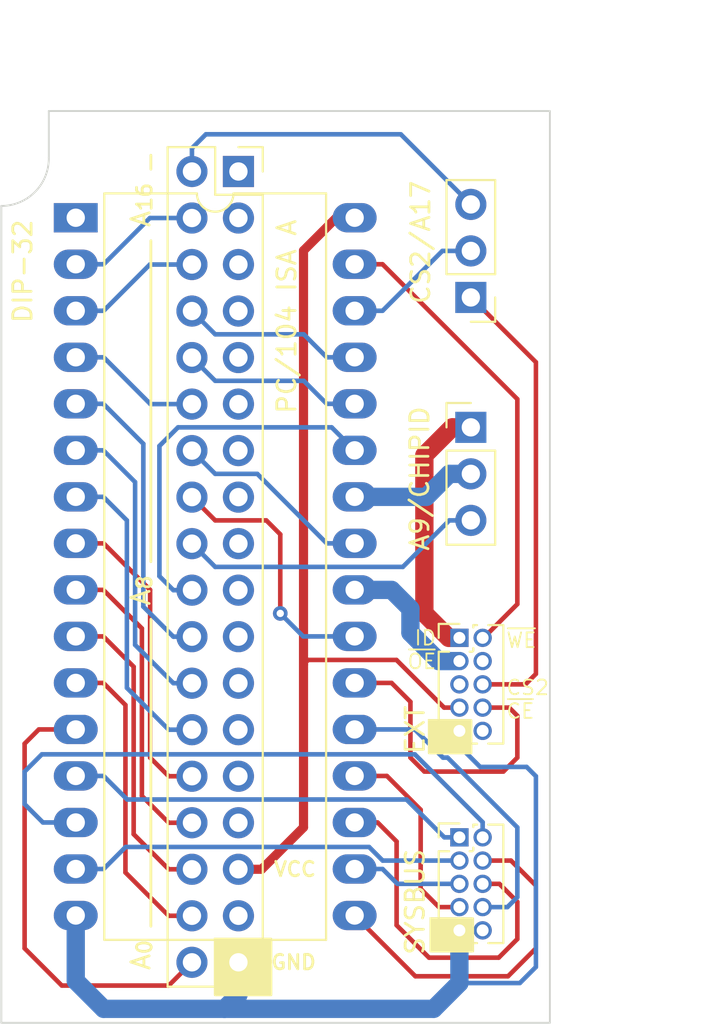
<source format=kicad_pcb>
(kicad_pcb (version 20211014) (generator pcbnew)
  (title_block (date "2022-07-24") (rev "0.1.0") (comment 1 "HW Rev 2 / Part Rev 4"))
  (layers (0 "F.Cu" signal) (31 "B.Cu" signal) (34 "B.Paste" user) (35 "F.Paste" user) (36 "B.SilkS" user "B.Silkscreen") (37 "F.SilkS" user "F.Silkscreen") (38 "B.Mask" user) (39 "F.Mask" user) (44 "Edge.Cuts" user))
  (net 0 "")
  (net 2 "A17")
  (net 4 "A16")
  (net 6 "A15")
  (net 8 "A14")
  (net 10 "A13")
  (net 12 "A12")
  (net 14 "A11")
  (net 16 "A10")
  (net 18 "A9")
  (net 20 "A8")
  (net 22 "A7")
  (net 24 "A6")
  (net 26 "A5")
  (net 28 "A4")
  (net 30 "A3")
  (net 31 "VCC")
  (net 32 "A2")
  (net 33 "AD0")
  (net 34 "AD1")
  (net 35 "AD2")
  (net 36 "AD3")
  (net 37 "AD4")
  (net 38 "AD5")
  (net 39 "AD6")
  (net 40 "AD7")
  (net 41 "GND")
  (net 43 "CHIPID")
  (net 44 "~{WE}")
  (net 46 "~{OE}")
  (net 48 "~{CE}")
  (net 49 "CS2")
  (net 52 "A1")
  (net 53 "A0")
  (net 54 "A9{slash}CHIPID")
  (net 55 "A17{slash}CS2")
  (footprint "Connector_PinHeader_2.54mm:PinHeader_1x03_P2.54mm_Vertical" (layer "F.Cu") (at 115.824 104.648)
    (fp_text reference "JP101" hide)
    (fp_text value "A9/CHIPID" (at -2.794 2.794 90) (layer "F.SilkS"))
    (fp_line (start -1.33 -1.33) (end 0 -1.33) (layer "F.SilkS") (width 0.12))
    (fp_line (start -1.33 0) (end -1.33 -1.33) (layer "F.SilkS") (width 0.12))
    (fp_line (start -1.33 1.27) (end 1.33 1.27) (layer "F.SilkS") (width 0.12))
    (fp_line (start -1.33 6.41) (end 1.33 6.41) (layer "F.SilkS") (width 0.12))
    (fp_line (start 1.33 1.27) (end 1.33 6.41) (layer "F.SilkS") (width 0.12))
    (fp_line (start -1.33 1.27) (end -1.33 6.41) (layer "F.SilkS") (width 0.12))
    (pad "1" thru_hole rect (at 0 0) (size 1.7 1.7) (drill 1) (layers *.Cu *.Mask) (net 43 "CHIPID"))
    (pad "2" thru_hole oval (at 0 2.54) (size 1.7 1.7) (drill 1) (layers *.Cu *.Mask) (net 54 "A9{slash}CHIPID"))
    (pad "3" thru_hole oval (at 0 5.08) (size 1.7 1.7) (drill 1) (layers *.Cu *.Mask) (net 18 "A9"))
  )
  (footprint "Connector_PinHeader_1.27mm:PinHeader_2x05_P1.27mm_Vertical" (layer "F.Cu") (at 115.199 116.141)
    (fp_text reference "J103" hide)
    (fp_text value "EXT" (at -2.423 5.017 90) (layer "F.SilkS"))
    (fp_line (start 0.76 0.706529) (end 0.76 0.563471) (layer "F.SilkS") (width 0.12))
    (fp_line (start 0.76 -0.695) (end 0.96247 -0.695) (layer "F.SilkS") (width 0.12))
    (fp_line (start 0.30753 5.775) (end 0.96247 5.775) (layer "F.SilkS") (width 0.12))
    (fp_line (start 2.4 -0.695) (end 2.4 5.775) (layer "F.SilkS") (width 0.12))
    (fp_line (start 0.563471 0.76) (end 0.706529 0.76) (layer "F.SilkS") (width 0.12))
    (fp_line (start 0.76 -0.563471) (end 0.76 -0.695) (layer "F.SilkS") (width 0.12))
    (fp_line (start 1.57753 5.775) (end 2.4 5.775) (layer "F.SilkS") (width 0.12))
    (fp_line (start 1.57753 -0.695) (end 2.4 -0.695) (layer "F.SilkS") (width 0.12))
    (fp_line (start -1.13 5.775) (end -0.30753 5.775) (layer "F.SilkS") (width 0.12))
    (fp_line (start -1.13 0.76) (end -0.563471 0.76) (layer "F.SilkS") (width 0.12))
    (fp_line (start -1.13 0) (end -1.13 -0.76) (layer "F.SilkS") (width 0.12))
    (fp_line (start -1.13 0.76) (end -1.13 5.775) (layer "F.SilkS") (width 0.12))
    (fp_line (start -1.13 -0.76) (end 0 -0.76) (layer "F.SilkS") (width 0.12))
    (pad "1" thru_hole rect (at 0 0) (size 1 1) (drill 0.65) (layers *.Cu *.Mask) (net 43 "CHIPID"))
    (pad "2" thru_hole oval (at 1.27 0) (size 1 1) (drill 0.65) (layers *.Cu *.Mask) (net 44 "~{WE}"))
    (pad "3" thru_hole oval (at 0 1.27) (size 1 1) (drill 0.65) (layers *.Cu *.Mask) (net 46 "~{OE}"))
    (pad "4" thru_hole oval (at 1.27 1.27) (size 1 1) (drill 0.65) (layers *.Cu *.Mask))
    (pad "5" thru_hole oval (at 0 2.54) (size 1 1) (drill 0.65) (layers *.Cu *.Mask))
    (pad "6" thru_hole oval (at 1.27 2.54) (size 1 1) (drill 0.65) (layers *.Cu *.Mask) (net 49 "CS2"))
    (pad "7" thru_hole oval (at 0 3.81) (size 1 1) (drill 0.65) (layers *.Cu *.Mask) (net 31 "VCC"))
    (pad "8" thru_hole oval (at 1.27 3.81) (size 1 1) (drill 0.65) (layers *.Cu *.Mask) (net 48 "~{CE}"))
    (pad "9" thru_hole oval (at 0 5.08) (size 1 1) (drill 0.65) (layers *.Cu *.Mask) (net 41 "GND"))
    (pad "10" thru_hole oval (at 1.27 5.08) (size 1 1) (drill 0.65) (layers *.Cu *.Mask))
  )
  (footprint "Connector_PinSocket_2.54mm:PinSocket_2x18_P2.54mm_Vertical" (layer "F.Cu") (at 103.124 90.678)
    (fp_text reference "J101" hide)
    (fp_text value "PC/104 ISA A" (at 2.6416 2.54 270) (layer "F.SilkS") (effects (justify right)))
    (fp_line (start -3.87 44.51) (end 1.33 44.51) (layer "F.SilkS") (width 0.12))
    (fp_line (start 0 -1.33) (end 1.33 -1.33) (layer "F.SilkS") (width 0.12))
    (fp_line (start 1.33 -1.33) (end 1.33 0) (layer "F.SilkS") (width 0.12))
    (fp_line (start 1.33 1.27) (end 1.33 44.51) (layer "F.SilkS") (width 0.12))
    (fp_line (start -3.87 -1.33) (end -3.87 44.51) (layer "F.SilkS") (width 0.12))
    (fp_line (start -3.87 -1.33) (end -1.27 -1.33) (layer "F.SilkS") (width 0.12))
    (fp_line (start -1.27 -1.33) (end -1.27 1.27) (layer "F.SilkS") (width 0.12))
    (fp_line (start -1.27 1.27) (end 1.33 1.27) (layer "F.SilkS") (width 0.12))
    (pad "1" thru_hole rect (at 0 0) (size 1.7 1.7) (drill 1) (layers *.Cu *.Mask))
    (pad "2" thru_hole oval (at -2.54 0) (size 1.7 1.7) (drill 1) (layers *.Cu *.Mask) (net 2 "A17"))
    (pad "3" thru_hole oval (at 0 2.54) (size 1.7 1.7) (drill 1) (layers *.Cu *.Mask))
    (pad "4" thru_hole oval (at -2.54 2.54) (size 1.7 1.7) (drill 1) (layers *.Cu *.Mask) (net 4 "A16"))
    (pad "5" thru_hole oval (at 0 5.08) (size 1.7 1.7) (drill 1) (layers *.Cu *.Mask))
    (pad "6" thru_hole oval (at -2.54 5.08) (size 1.7 1.7) (drill 1) (layers *.Cu *.Mask) (net 6 "A15"))
    (pad "7" thru_hole oval (at 0 7.62) (size 1.7 1.7) (drill 1) (layers *.Cu *.Mask))
    (pad "8" thru_hole oval (at -2.54 7.62) (size 1.7 1.7) (drill 1) (layers *.Cu *.Mask) (net 8 "A14"))
    (pad "9" thru_hole oval (at 0 10.16) (size 1.7 1.7) (drill 1) (layers *.Cu *.Mask))
    (pad "10" thru_hole oval (at -2.54 10.16) (size 1.7 1.7) (drill 1) (layers *.Cu *.Mask) (net 10 "A13"))
    (pad "11" thru_hole oval (at 0 12.7) (size 1.7 1.7) (drill 1) (layers *.Cu *.Mask))
    (pad "12" thru_hole oval (at -2.54 12.7) (size 1.7 1.7) (drill 1) (layers *.Cu *.Mask) (net 12 "A12"))
    (pad "13" thru_hole oval (at 0 15.24) (size 1.7 1.7) (drill 1) (layers *.Cu *.Mask))
    (pad "14" thru_hole oval (at -2.54 15.24) (size 1.7 1.7) (drill 1) (layers *.Cu *.Mask) (net 14 "A11"))
    (pad "15" thru_hole oval (at 0 17.78) (size 1.7 1.7) (drill 1) (layers *.Cu *.Mask))
    (pad "16" thru_hole oval (at -2.54 17.78) (size 1.7 1.7) (drill 1) (layers *.Cu *.Mask) (net 16 "A10"))
    (pad "17" thru_hole oval (at 0 20.32) (size 1.7 1.7) (drill 1) (layers *.Cu *.Mask))
    (pad "18" thru_hole oval (at -2.54 20.32) (size 1.7 1.7) (drill 1) (layers *.Cu *.Mask) (net 18 "A9"))
    (pad "19" thru_hole oval (at 0 22.86) (size 1.7 1.7) (drill 1) (layers *.Cu *.Mask))
    (pad "20" thru_hole oval (at -2.54 22.86) (size 1.7 1.7) (drill 1) (layers *.Cu *.Mask) (net 20 "A8"))
    (pad "21" thru_hole oval (at 0 25.4) (size 1.7 1.7) (drill 1) (layers *.Cu *.Mask))
    (pad "22" thru_hole oval (at -2.54 25.4) (size 1.7 1.7) (drill 1) (layers *.Cu *.Mask) (net 22 "A7"))
    (pad "23" thru_hole oval (at 0 27.94) (size 1.7 1.7) (drill 1) (layers *.Cu *.Mask))
    (pad "24" thru_hole oval (at -2.54 27.94) (size 1.7 1.7) (drill 1) (layers *.Cu *.Mask) (net 24 "A6"))
    (pad "25" thru_hole oval (at 0 30.48) (size 1.7 1.7) (drill 1) (layers *.Cu *.Mask))
    (pad "26" thru_hole oval (at -2.54 30.48) (size 1.7 1.7) (drill 1) (layers *.Cu *.Mask) (net 26 "A5"))
    (pad "27" thru_hole oval (at 0 33.02) (size 1.7 1.7) (drill 1) (layers *.Cu *.Mask))
    (pad "28" thru_hole oval (at -2.54 33.02) (size 1.7 1.7) (drill 1) (layers *.Cu *.Mask) (net 28 "A4"))
    (pad "29" thru_hole oval (at 0 35.56) (size 1.7 1.7) (drill 1) (layers *.Cu *.Mask))
    (pad "30" thru_hole oval (at -2.54 35.56) (size 1.7 1.7) (drill 1) (layers *.Cu *.Mask) (net 30 "A3"))
    (pad "31" thru_hole oval (at 0 38.1) (size 1.7 1.7) (drill 1) (layers *.Cu *.Mask) (net 31 "VCC"))
    (pad "32" thru_hole oval (at -2.54 38.1) (size 1.7 1.7) (drill 1) (layers *.Cu *.Mask) (net 32 "A2"))
    (pad "33" thru_hole oval (at 0 40.64) (size 1.7 1.7) (drill 1) (layers *.Cu *.Mask))
    (pad "34" thru_hole oval (at -2.54 40.64) (size 1.7 1.7) (drill 1) (layers *.Cu *.Mask) (net 52 "A1"))
    (pad "35" thru_hole oval (at 0 43.18) (size 1.7 1.7) (drill 1) (layers *.Cu *.Mask) (net 41 "GND"))
    (pad "36" thru_hole oval (at -2.54 43.18) (size 1.7 1.7) (drill 1) (layers *.Cu *.Mask) (net 53 "A0"))
  )
  (footprint "Package_DIP:DIP-32_W15.24mm_LongPads" (layer "F.Cu") (at 94.234 93.203)
    (fp_text reference "J104" hide)
    (fp_text value "DIP-32" (at -2.8956 0.015 270) (layer "F.SilkS") (effects (justify right)))
    (fp_line (start 1.56 39.43) (end 13.68 39.43) (layer "F.SilkS") (width 0.12))
    (fp_line (start 13.68 -1.33) (end 8.62 -1.33) (layer "F.SilkS") (width 0.12))
    (fp_line (start 13.68 39.43) (end 13.68 -1.33) (layer "F.SilkS") (width 0.12))
    (fp_line (start 6.62 -1.33) (end 1.56 -1.33) (layer "F.SilkS") (width 0.12))
    (fp_line (start 1.56 -1.33) (end 1.56 39.43) (layer "F.SilkS") (width 0.12))
    (fp_arc (start 8.62 -1.33) (mid 7.62 -0.33) (end 6.62 -1.33) (layer "F.SilkS") (width 0.12))
    (pad "1" thru_hole rect (at 0 0) (size 2.4 1.6) (drill 1) (layers *.Cu *.Mask))
    (pad "2" thru_hole oval (at 0 2.54) (size 2.4 1.6) (drill 1) (layers *.Cu *.Mask) (net 4 "A16"))
    (pad "3" thru_hole oval (at 0 5.08) (size 2.4 1.6) (drill 1) (layers *.Cu *.Mask) (net 6 "A15"))
    (pad "4" thru_hole oval (at 0 7.62) (size 2.4 1.6) (drill 1) (layers *.Cu *.Mask) (net 12 "A12"))
    (pad "5" thru_hole oval (at 0 10.16) (size 2.4 1.6) (drill 1) (layers *.Cu *.Mask) (net 22 "A7"))
    (pad "6" thru_hole oval (at 0 12.7) (size 2.4 1.6) (drill 1) (layers *.Cu *.Mask) (net 24 "A6"))
    (pad "7" thru_hole oval (at 0 15.24) (size 2.4 1.6) (drill 1) (layers *.Cu *.Mask) (net 26 "A5"))
    (pad "8" thru_hole oval (at 0 17.78) (size 2.4 1.6) (drill 1) (layers *.Cu *.Mask) (net 28 "A4"))
    (pad "9" thru_hole oval (at 0 20.32) (size 2.4 1.6) (drill 1) (layers *.Cu *.Mask) (net 30 "A3"))
    (pad "10" thru_hole oval (at 0 22.86) (size 2.4 1.6) (drill 1) (layers *.Cu *.Mask) (net 32 "A2"))
    (pad "11" thru_hole oval (at 0 25.4) (size 2.4 1.6) (drill 1) (layers *.Cu *.Mask) (net 52 "A1"))
    (pad "12" thru_hole oval (at 0 27.94) (size 2.4 1.6) (drill 1) (layers *.Cu *.Mask) (net 53 "A0"))
    (pad "13" thru_hole oval (at 0 30.48) (size 2.4 1.6) (drill 1) (layers *.Cu *.Mask) (net 33 "AD0"))
    (pad "14" thru_hole oval (at 0 33.02) (size 2.4 1.6) (drill 1) (layers *.Cu *.Mask) (net 34 "AD1"))
    (pad "15" thru_hole oval (at 0 35.56) (size 2.4 1.6) (drill 1) (layers *.Cu *.Mask) (net 35 "AD2"))
    (pad "16" thru_hole oval (at 0 38.1) (size 2.4 1.6) (drill 1) (layers *.Cu *.Mask) (net 41 "GND"))
    (pad "17" thru_hole oval (at 15.24 38.1) (size 2.4 1.6) (drill 1) (layers *.Cu *.Mask) (net 36 "AD3"))
    (pad "18" thru_hole oval (at 15.24 35.56) (size 2.4 1.6) (drill 1) (layers *.Cu *.Mask) (net 37 "AD4"))
    (pad "19" thru_hole oval (at 15.24 33.02) (size 2.4 1.6) (drill 1) (layers *.Cu *.Mask) (net 38 "AD5"))
    (pad "20" thru_hole oval (at 15.24 30.48) (size 2.4 1.6) (drill 1) (layers *.Cu *.Mask) (net 39 "AD6"))
    (pad "21" thru_hole oval (at 15.24 27.94) (size 2.4 1.6) (drill 1) (layers *.Cu *.Mask) (net 40 "AD7"))
    (pad "22" thru_hole oval (at 15.24 25.4) (size 2.4 1.6) (drill 1) (layers *.Cu *.Mask) (net 48 "~{CE}"))
    (pad "23" thru_hole oval (at 15.24 22.86) (size 2.4 1.6) (drill 1) (layers *.Cu *.Mask) (net 16 "A10"))
    (pad "24" thru_hole oval (at 15.24 20.32) (size 2.4 1.6) (drill 1) (layers *.Cu *.Mask) (net 46 "~{OE}"))
    (pad "25" thru_hole oval (at 15.24 17.78) (size 2.4 1.6) (drill 1) (layers *.Cu *.Mask) (net 14 "A11"))
    (pad "26" thru_hole oval (at 15.24 15.24) (size 2.4 1.6) (drill 1) (layers *.Cu *.Mask) (net 54 "A9{slash}CHIPID"))
    (pad "27" thru_hole oval (at 15.24 12.7) (size 2.4 1.6) (drill 1) (layers *.Cu *.Mask) (net 20 "A8"))
    (pad "28" thru_hole oval (at 15.24 10.16) (size 2.4 1.6) (drill 1) (layers *.Cu *.Mask) (net 10 "A13"))
    (pad "29" thru_hole oval (at 15.24 7.62) (size 2.4 1.6) (drill 1) (layers *.Cu *.Mask) (net 8 "A14"))
    (pad "30" thru_hole oval (at 15.24 5.08) (size 2.4 1.6) (drill 1) (layers *.Cu *.Mask) (net 55 "A17{slash}CS2"))
    (pad "31" thru_hole oval (at 15.24 2.54) (size 2.4 1.6) (drill 1) (layers *.Cu *.Mask) (net 44 "~{WE}"))
    (pad "32" thru_hole oval (at 15.24 0) (size 2.4 1.6) (drill 1) (layers *.Cu *.Mask) (net 31 "VCC"))
  )
  (footprint "Connector_PinHeader_1.27mm:PinHeader_2x05_P1.27mm_Vertical" (layer "F.Cu") (at 115.199 127.034)
    (fp_text reference "J102" hide)
    (fp_text value "SYSBUS" (at -2.423 3.522 90) (layer "F.SilkS"))
    (fp_line (start -1.13 0.76) (end -1.13 5.775) (layer "F.SilkS") (width 0.12))
    (fp_line (start -1.13 0) (end -1.13 -0.76) (layer "F.SilkS") (width 0.12))
    (fp_line (start 0.563471 0.76) (end 0.706529 0.76) (layer "F.SilkS") (width 0.12))
    (fp_line (start 0.76 -0.695) (end 0.96247 -0.695) (layer "F.SilkS") (width 0.12))
    (fp_line (start -1.13 -0.76) (end 0 -0.76) (layer "F.SilkS") (width 0.12))
    (fp_line (start -1.13 5.775) (end -0.30753 5.775) (layer "F.SilkS") (width 0.12))
    (fp_line (start 1.57753 5.775) (end 2.4 5.775) (layer "F.SilkS") (width 0.12))
    (fp_line (start 0.76 0.706529) (end 0.76 0.563471) (layer "F.SilkS") (width 0.12))
    (fp_line (start 1.57753 -0.695) (end 2.4 -0.695) (layer "F.SilkS") (width 0.12))
    (fp_line (start 2.4 -0.695) (end 2.4 5.775) (layer "F.SilkS") (width 0.12))
    (fp_line (start 0.76 -0.563471) (end 0.76 -0.695) (layer "F.SilkS") (width 0.12))
    (fp_line (start 0.30753 5.775) (end 0.96247 5.775) (layer "F.SilkS") (width 0.12))
    (fp_line (start -1.13 0.76) (end -0.563471 0.76) (layer "F.SilkS") (width 0.12))
    (pad "1" thru_hole rect (at 0 0) (size 1 1) (drill 0.65) (layers *.Cu *.Mask) (net 33 "AD0"))
    (pad "2" thru_hole oval (at 1.27 0) (size 1 1) (drill 0.65) (layers *.Cu *.Mask) (net 34 "AD1"))
    (pad "3" thru_hole oval (at 0 1.27) (size 1 1) (drill 0.65) (layers *.Cu *.Mask) (net 35 "AD2"))
    (pad "4" thru_hole oval (at 1.27 1.27) (size 1 1) (drill 0.65) (layers *.Cu *.Mask) (net 36 "AD3"))
    (pad "5" thru_hole oval (at 0 2.54) (size 1 1) (drill 0.65) (layers *.Cu *.Mask) (net 37 "AD4"))
    (pad "6" thru_hole oval (at 1.27 2.54) (size 1 1) (drill 0.65) (layers *.Cu *.Mask) (net 38 "AD5"))
    (pad "7" thru_hole oval (at 0 3.81) (size 1 1) (drill 0.65) (layers *.Cu *.Mask) (net 39 "AD6"))
    (pad "8" thru_hole oval (at 1.27 3.81) (size 1 1) (drill 0.65) (layers *.Cu *.Mask) (net 40 "AD7"))
    (pad "9" thru_hole oval (at 0 5.08) (size 1 1) (drill 0.65) (layers *.Cu *.Mask) (net 41 "GND"))
    (pad "10" thru_hole oval (at 1.27 5.08) (size 1 1) (drill 0.65) (layers *.Cu *.Mask))
  )
  (footprint "Connector_PinHeader_2.54mm:PinHeader_1x03_P2.54mm_Vertical" (layer "F.Cu") (at 115.824 97.555 180)
    (fp_text reference "JP102" hide)
    (fp_text value "CS2/A17" (at 2.7432 3.0162 90) (layer "F.SilkS"))
    (fp_line (start -1.33 0) (end -1.33 -1.33) (layer "F.SilkS") (width 0.12))
    (fp_line (start -1.33 -1.33) (end 0 -1.33) (layer "F.SilkS") (width 0.12))
    (fp_line (start 1.33 1.27) (end 1.33 6.41) (layer "F.SilkS") (width 0.12))
    (fp_line (start -1.33 1.27) (end -1.33 6.41) (layer "F.SilkS") (width 0.12))
    (fp_line (start -1.33 1.27) (end 1.33 1.27) (layer "F.SilkS") (width 0.12))
    (fp_line (start -1.33 6.41) (end 1.33 6.41) (layer "F.SilkS") (width 0.12))
    (pad "1" thru_hole rect (at 0 0 180) (size 1.7 1.7) (drill 1) (layers *.Cu *.Mask) (net 49 "CS2"))
    (pad "2" thru_hole oval (at 0 2.54 180) (size 1.7 1.7) (drill 1) (layers *.Cu *.Mask) (net 55 "A17{slash}CS2"))
    (pad "3" thru_hole oval (at 0 5.08 180) (size 1.7 1.7) (drill 1) (layers *.Cu *.Mask) (net 2 "A17"))
  )
  (gr_rect (start 101.854 135.636) (end 104.902 132.588) (layer "F.SilkS") (width 0.15) (fill solid))
  (gr_rect (start 113.548 122.428) (end 115.834 120.65) (layer "F.SilkS") (width 0.15) (fill solid))
  (gr_rect (start 113.6396 133.2484) (end 115.9256 131.4704) (layer "F.SilkS") (width 0.15) (fill solid))
  (gr_line (start 120.142 137.16) (end 90.17 137.16) (layer "Edge.Cuts") (width 0.1))
  (gr_arc (start 92.760799 89.916) (mid 92.020197 91.781074) (end 90.17 92.558097) (layer "Edge.Cuts") (width 0.1))
  (gr_line (start 92.7608 87.376) (end 92.760799 89.916) (layer "Edge.Cuts") (width 0.1))
  (gr_line (start 120.142 87.376) (end 120.142 137.16) (layer "Edge.Cuts") (width 0.1))
  (gr_line (start 90.17 137.16) (end 90.17 92.558097) (layer "Edge.Cuts") (width 0.1))
  (gr_line (start 92.7608 87.376) (end 120.142 87.376) (layer "Edge.Cuts") (width 0.1))
  (gr_text "VCC" (at 107.442 128.778) (layer "F.SilkS") (effects (font (size 0.79 0.79)) (justify right)))
  (gr_text "~{WE}\n\nCS2\n~{CE}" (at 117.7036 118.2116) (layer "F.SilkS") (effects (font (size 0.8 0.8) (thickness 0.1)) (justify left)))
  (gr_text "GND" (at 107.442 133.858) (layer "F.SilkS") (effects (font (size 0.79 0.79)) (justify right)))
  (gr_text "ID\n~{OE}" (at 113.9952 116.7892) (layer "F.SilkS") (effects (font (size 0.8 0.8) (thickness 0.1)) (justify right)))
  (gr_text "A_{0} ______________________ A_{8} _______________________ A_{16} _" (at 97.79 134.366 90) (layer "F.SilkS") (effects (font (size 1 1)) (justify left)))
  (segment (start 111.995 88.646) (end 115.824 92.475) (width 0.25) (layer "B.Cu") (net 2))
  (segment (start 101.346 88.646) (end 111.995 88.646) (width 0.25) (layer "B.Cu") (net 2))
  (segment (start 100.584 89.408) (end 101.346 88.646) (width 0.25) (layer "B.Cu") (net 2))
  (segment (start 100.584 90.678) (end 100.584 89.408) (width 0.25) (layer "B.Cu") (net 2))
  (segment (start 98.2843 93.218) (end 100.584 93.218) (width 0.25) (layer "B.Cu") (net 4))
  (segment (start 94.234 95.743) (end 95.7593 95.743) (width 0.25) (layer "B.Cu") (net 4))
  (segment (start 95.7593 95.743) (end 98.2843 93.218) (width 0.25) (layer "B.Cu") (net 4))
  (segment (start 98.2843 95.758) (end 100.584 95.758) (width 0.25) (layer "B.Cu") (net 6))
  (segment (start 94.234 98.283) (end 95.7593 98.283) (width 0.25) (layer "B.Cu") (net 6))
  (segment (start 95.7593 98.283) (end 98.2843 95.758) (width 0.25) (layer "B.Cu") (net 6))
  (segment (start 101.854 99.568) (end 106.6937 99.568) (width 0.25) (layer "B.Cu") (net 8))
  (segment (start 100.584 98.298) (end 101.854 99.568) (width 0.25) (layer "B.Cu") (net 8))
  (segment (start 106.6937 99.568) (end 107.9487 100.823) (width 0.25) (layer "B.Cu") (net 8))
  (segment (start 107.9487 100.823) (end 109.474 100.823) (width 0.25) (layer "B.Cu") (net 8))
  (segment (start 101.854 102.108) (end 106.6937 102.108) (width 0.25) (layer "B.Cu") (net 10))
  (segment (start 107.9487 103.363) (end 109.474 103.363) (width 0.25) (layer "B.Cu") (net 10))
  (segment (start 100.584 100.838) (end 101.854 102.108) (width 0.25) (layer "B.Cu") (net 10))
  (segment (start 106.6937 102.108) (end 107.9487 103.363) (width 0.25) (layer "B.Cu") (net 10))
  (segment (start 95.7593 100.823) (end 98.3143 103.378) (width 0.25) (layer "B.Cu") (net 12))
  (segment (start 98.3143 103.378) (end 100.584 103.378) (width 0.25) (layer "B.Cu") (net 12))
  (segment (start 94.234 100.823) (end 95.7593 100.823) (width 0.25) (layer "B.Cu") (net 12))
  (segment (start 107.9487 110.983) (end 109.474 110.983) (width 0.25) (layer "B.Cu") (net 14))
  (segment (start 101.854 107.188) (end 104.1537 107.188) (width 0.25) (layer "B.Cu") (net 14))
  (segment (start 104.1537 107.188) (end 107.9487 110.983) (width 0.25) (layer "B.Cu") (net 14))
  (segment (start 100.584 105.918) (end 101.854 107.188) (width 0.25) (layer "B.Cu") (net 14))
  (segment (start 100.584 108.458) (end 101.854 109.728) (width 0.25) (layer "F.Cu") (net 16))
  (segment (start 101.854 109.728) (end 104.648 109.728) (width 0.25) (layer "F.Cu") (net 16))
  (segment (start 105.41 110.49) (end 105.41 114.808) (width 0.25) (layer "F.Cu") (net 16))
  (segment (start 104.648 109.728) (end 105.41 110.49) (width 0.25) (layer "F.Cu") (net 16))
  (via (at 105.41 114.808) (size 0.8) (drill 0.4) (layers "F.Cu" "B.Cu") (net 16))
  (segment (start 109.474 116.063) (end 106.665 116.063) (width 0.25) (layer "B.Cu") (net 16))
  (segment (start 106.665 116.063) (end 105.41 114.808) (width 0.25) (layer "B.Cu") (net 16))
  (segment (start 100.584 110.998) (end 101.854 112.268) (width 0.25) (layer "B.Cu") (net 18))
  (segment (start 112.1087 112.268) (end 114.6487 109.728) (width 0.25) (layer "B.Cu") (net 18))
  (segment (start 101.854 112.268) (end 112.1087 112.268) (width 0.25) (layer "B.Cu") (net 18))
  (segment (start 114.6487 109.728) (end 115.824 109.728) (width 0.25) (layer "B.Cu") (net 18))
  (segment (start 98.806 105.664) (end 99.822 104.648) (width 0.25) (layer "B.Cu") (net 20))
  (segment (start 99.822 104.648) (end 108.219 104.648) (width 0.25) (layer "B.Cu") (net 20))
  (segment (start 100.584 113.538) (end 99.568 113.538) (width 0.25) (layer "B.Cu") (net 20))
  (segment (start 99.568 113.538) (end 98.806 112.776) (width 0.25) (layer "B.Cu") (net 20))
  (segment (start 98.806 112.776) (end 98.806 105.664) (width 0.25) (layer "B.Cu") (net 20))
  (segment (start 108.219 104.648) (end 109.474 105.903) (width 0.25) (layer "B.Cu") (net 20))
  (segment (start 100.584 116.078) (end 99.568 116.078) (width 0.25) (layer "B.Cu") (net 22))
  (segment (start 95.743 103.363) (end 94.234 103.363) (width 0.25) (layer "B.Cu") (net 22))
  (segment (start 97.927021 114.437021) (end 97.927021 105.547021) (width 0.25) (layer "B.Cu") (net 22))
  (segment (start 97.927021 105.547021) (end 95.743 103.363) (width 0.25) (layer "B.Cu") (net 22))
  (segment (start 99.568 116.078) (end 97.927021 114.437021) (width 0.25) (layer "B.Cu") (net 22))
  (segment (start 97.477511 116.527511) (end 97.477511 107.637511) (width 0.25) (layer "B.Cu") (net 24))
  (segment (start 97.477511 107.637511) (end 95.743 105.903) (width 0.25) (layer "B.Cu") (net 24))
  (segment (start 99.568 118.618) (end 97.477511 116.527511) (width 0.25) (layer "B.Cu") (net 24))
  (segment (start 95.743 105.903) (end 94.234 105.903) (width 0.25) (layer "B.Cu") (net 24))
  (segment (start 100.584 118.618) (end 99.568 118.618) (width 0.25) (layer "B.Cu") (net 24))
  (segment (start 97.028 118.872) (end 97.028 109.728) (width 0.25) (layer "B.Cu") (net 26))
  (segment (start 95.743 108.443) (end 94.234 108.443) (width 0.25) (layer "B.Cu") (net 26))
  (segment (start 100.584 121.158) (end 99.314 121.158) (width 0.25) (layer "B.Cu") (net 26))
  (segment (start 99.314 121.158) (end 97.028 118.872) (width 0.25) (layer "B.Cu") (net 26))
  (segment (start 97.028 109.728) (end 95.743 108.443) (width 0.25) (layer "B.Cu") (net 26))
  (segment (start 98.298 122.682) (end 99.314 123.698) (width 0.25) (layer "F.Cu") (net 28))
  (segment (start 98.298 113.5217) (end 98.298 122.682) (width 0.25) (layer "F.Cu") (net 28))
  (segment (start 94.234 110.983) (end 95.7593 110.983) (width 0.25) (layer "F.Cu") (net 28))
  (segment (start 99.314 123.698) (end 100.584 123.698) (width 0.25) (layer "F.Cu") (net 28))
  (segment (start 95.7593 110.983) (end 98.298 113.5217) (width 0.25) (layer "F.Cu") (net 28))
  (segment (start 94.234 113.523) (end 95.743 113.523) (width 0.25) (layer "F.Cu") (net 30))
  (segment (start 95.743 113.523) (end 97.84849 115.62849) (width 0.25) (layer "F.Cu") (net 30))
  (segment (start 97.84849 115.62849) (end 97.84849 124.77249) (width 0.25) (layer "F.Cu") (net 30))
  (segment (start 97.84849 124.77249) (end 99.314 126.238) (width 0.25) (layer "F.Cu") (net 30))
  (segment (start 99.314 126.238) (end 100.584 126.238) (width 0.25) (layer "F.Cu") (net 30))
  (segment (start 108.473 93.203) (end 106.68 94.996) (width 0.5) (layer "F.Cu") (net 31))
  (segment (start 106.68 126.492) (end 104.394 128.778) (width 0.5) (layer "F.Cu") (net 31))
  (segment (start 111.76 117.348) (end 106.934 117.348) (width 0.25) (layer "F.Cu") (net 31))
  (segment (start 114.363 119.951) (end 111.76 117.348) (width 0.25) (layer "F.Cu") (net 31))
  (segment (start 106.68 117.602) (end 106.68 126.492) (width 0.5) (layer "F.Cu") (net 31))
  (segment (start 104.394 128.778) (end 103.124 128.778) (width 0.5) (layer "F.Cu") (net 31))
  (segment (start 115.199 119.951) (end 114.363 119.951) (width 0.25) (layer "F.Cu") (net 31))
  (segment (start 109.474 93.203) (end 108.473 93.203) (width 0.5) (layer "F.Cu") (net 31))
  (segment (start 106.68 94.996) (end 106.68 117.602) (width 0.5) (layer "F.Cu") (net 31))
  (segment (start 106.934 117.348) (end 106.68 117.602) (width 0.25) (layer "F.Cu") (net 31))
  (segment (start 99.314 128.778) (end 100.584 128.778) (width 0.25) (layer "F.Cu") (net 32))
  (segment (start 94.234 116.063) (end 95.743 116.063) (width 0.25) (layer "F.Cu") (net 32))
  (segment (start 97.39898 126.86298) (end 99.314 128.778) (width 0.25) (layer "F.Cu") (net 32))
  (segment (start 97.39898 117.71898) (end 97.39898 126.86298) (width 0.25) (layer "F.Cu") (net 32))
  (segment (start 95.743 116.063) (end 97.39898 117.71898) (width 0.25) (layer "F.Cu") (net 32))
  (segment (start 97.0443 124.968) (end 95.7593 123.683) (width 0.25) (layer "B.Cu") (net 33))
  (segment (start 114.3737 127.034) (end 112.3077 124.968) (width 0.25) (layer "B.Cu") (net 33))
  (segment (start 115.199 127.034) (end 114.3737 127.034) (width 0.25) (layer "B.Cu") (net 33))
  (segment (start 112.3077 124.968) (end 97.0443 124.968) (width 0.25) (layer "B.Cu") (net 33))
  (segment (start 94.234 123.683) (end 95.7593 123.683) (width 0.25) (layer "B.Cu") (net 33))
  (segment (start 92.441 126.223) (end 91.44 125.222) (width 0.25) (layer "B.Cu") (net 34))
  (segment (start 94.234 126.223) (end 92.441 126.223) (width 0.25) (layer "B.Cu") (net 34))
  (segment (start 116.469 126.2087) (end 116.469 127.034) (width 0.25) (layer "B.Cu") (net 34))
  (segment (start 92.3824 122.5016) (end 112.7619 122.5016) (width 0.25) (layer "B.Cu") (net 34))
  (segment (start 91.44 125.222) (end 91.44 123.444) (width 0.25) (layer "B.Cu") (net 34))
  (segment (start 112.7619 122.5016) (end 116.469 126.2087) (width 0.25) (layer "B.Cu") (net 34))
  (segment (start 91.44 123.444) (end 92.3824 122.5016) (width 0.25) (layer "B.Cu") (net 34))
  (segment (start 94.234 128.763) (end 95.7593 128.763) (width 0.25) (layer "B.Cu") (net 35))
  (segment (start 115.199 128.304) (end 111.0065 128.304) (width 0.25) (layer "B.Cu") (net 35))
  (segment (start 111.0065 128.304) (end 110.2625 127.56) (width 0.25) (layer "B.Cu") (net 35))
  (segment (start 96.9623 127.56) (end 95.7593 128.763) (width 0.25) (layer "B.Cu") (net 35))
  (segment (start 110.2625 127.56) (end 96.9623 127.56) (width 0.25) (layer "B.Cu") (net 35))
  (segment (start 119.38 133.096) (end 119.38 129.667) (width 0.25) (layer "F.Cu") (net 36))
  (segment (start 119.38 129.667) (end 118.017 128.304) (width 0.25) (layer "F.Cu") (net 36))
  (segment (start 109.474 131.303) (end 112.791 134.62) (width 0.25) (layer "F.Cu") (net 36))
  (segment (start 118.017 128.304) (end 116.469 128.304) (width 0.25) (layer "F.Cu") (net 36))
  (segment (start 112.791 134.62) (end 117.856 134.62) (width 0.25) (layer "F.Cu") (net 36))
  (segment (start 117.856 134.62) (end 119.38 133.096) (width 0.25) (layer "F.Cu") (net 36))
  (segment (start 109.474 128.763) (end 110.9993 128.763) (width 0.25) (layer "B.Cu") (net 37))
  (segment (start 111.8103 129.574) (end 110.9993 128.763) (width 0.25) (layer "B.Cu") (net 37))
  (segment (start 115.199 129.574) (end 111.8103 129.574) (width 0.25) (layer "B.Cu") (net 37))
  (segment (start 117.348 133.604) (end 113.538 133.604) (width 0.25) (layer "F.Cu") (net 38))
  (segment (start 116.469 129.574) (end 117.382 129.574) (width 0.25) (layer "F.Cu") (net 38))
  (segment (start 118.364 132.588) (end 117.348 133.604) (width 0.25) (layer "F.Cu") (net 38))
  (segment (start 117.382 129.574) (end 118.364 130.556) (width 0.25) (layer "F.Cu") (net 38))
  (segment (start 111.7675 127.2615) (end 110.729 126.223) (width 0.25) (layer "F.Cu") (net 38))
  (segment (start 113.538 133.604) (end 111.7675 131.8335) (width 0.25) (layer "F.Cu") (net 38))
  (segment (start 118.364 130.556) (end 118.364 132.588) (width 0.25) (layer "F.Cu") (net 38))
  (segment (start 110.729 126.223) (end 109.474 126.223) (width 0.25) (layer "F.Cu") (net 38))
  (segment (start 111.7675 131.8335) (end 111.7675 127.2615) (width 0.25) (layer "F.Cu") (net 38))
  (segment (start 109.474 123.683) (end 111.237 123.683) (width 0.25) (layer "F.Cu") (net 39))
  (segment (start 111.237 123.683) (end 113.0815 125.5275) (width 0.25) (layer "F.Cu") (net 39))
  (segment (start 113.0815 129.8455) (end 114.08 130.844) (width 0.25) (layer "F.Cu") (net 39))
  (segment (start 113.0815 125.5275) (end 113.0815 129.8455) (width 0.25) (layer "F.Cu") (net 39))
  (segment (start 114.08 130.844) (end 115.199 130.844) (width 0.25) (layer "F.Cu") (net 39))
  (segment (start 118.364 130.302) (end 118.364 126.492) (width 0.25) (layer "B.Cu") (net 40))
  (segment (start 118.364 126.492) (end 114.554 122.682) (width 0.25) (layer "B.Cu") (net 40))
  (segment (start 114.554 122.682) (end 114.3 122.682) (width 0.25) (layer "B.Cu") (net 40))
  (segment (start 116.469 130.844) (end 117.822 130.844) (width 0.25) (layer "B.Cu") (net 40))
  (segment (start 117.822 130.844) (end 118.364 130.302) (width 0.25) (layer "B.Cu") (net 40))
  (segment (start 114.3 122.682) (end 112.761 121.143) (width 0.25) (layer "B.Cu") (net 40))
  (segment (start 112.761 121.143) (end 109.474 121.143) (width 0.25) (layer "B.Cu") (net 40))
  (segment (start 95.758 136.398) (end 94.234 134.874) (width 1) (layer "B.Cu") (net 41))
  (segment (start 103.124 133.858) (end 103.124 135.636) (width 1) (layer "B.Cu") (net 41))
  (segment (start 118.501 134.991) (end 115.199 134.991) (width 0.25) (layer "B.Cu") (net 41))
  (segment (start 94.234 134.874) (end 94.234 131.303) (width 1) (layer "B.Cu") (net 41))
  (segment (start 118.872 123.19) (end 119.38 123.698) (width 0.25) (layer "B.Cu") (net 41))
  (segment (start 116.332 123.19) (end 118.872 123.19) (width 0.25) (layer "B.Cu") (net 41))
  (segment (start 115.199 122.057) (end 116.332 123.19) (width 0.25) (layer "B.Cu") (net 41))
  (segment (start 113.792 136.398) (end 102.362 136.398) (width 1) (layer "B.Cu") (net 41))
  (segment (start 115.199 132.114) (end 115.199 134.991) (width 1) (layer "B.Cu") (net 41))
  (segment (start 103.124 135.636) (end 102.362 136.398) (width 1) (layer "B.Cu") (net 41))
  (segment (start 119.38 123.698) (end 119.38 134.112) (width 0.25) (layer "B.Cu") (net 41))
  (segment (start 115.199 134.991) (end 113.792 136.398) (width 1) (layer "B.Cu") (net 41))
  (segment (start 102.362 136.398) (end 95.758 136.398) (width 1) (layer "B.Cu") (net 41))
  (segment (start 119.38 134.112) (end 118.501 134.991) (width 0.25) (layer "B.Cu") (net 41))
  (segment (start 115.199 121.221) (end 115.199 122.057) (width 0.25) (layer "B.Cu") (net 41))
  (segment (start 114.808 104.648) (end 115.824 104.648) (width 1) (layer "F.Cu") (net 43))
  (segment (start 114.617 116.141) (end 113.284 114.808) (width 1) (layer "F.Cu") (net 43))
  (segment (start 113.284 106.172) (end 114.808 104.648) (width 1) (layer "F.Cu") (net 43))
  (segment (start 113.284 114.808) (end 113.284 106.172) (width 1) (layer "F.Cu") (net 43))
  (segment (start 115.199 116.141) (end 114.617 116.141) (width 1) (layer "F.Cu") (net 43))
  (segment (start 110.9993 95.743) (end 118.364 103.1077) (width 0.25) (layer "F.Cu") (net 44))
  (segment (start 116.523 116.141) (end 116.469 116.141) (width 0.25) (layer "F.Cu") (net 44))
  (segment (start 118.364 114.3) (end 116.523 116.141) (width 0.25) (layer "F.Cu") (net 44))
  (segment (start 109.474 95.743) (end 110.9993 95.743) (width 0.25) (layer "F.Cu") (net 44))
  (segment (start 118.364 103.1077) (end 118.364 114.3) (width 0.25) (layer "F.Cu") (net 44))
  (segment (start 114.069978 117.411) (end 115.199 117.411) (width 1) (layer "B.Cu") (net 46))
  (segment (start 112.522 115.863022) (end 114.069978 117.411) (width 1) (layer "B.Cu") (net 46))
  (segment (start 112.522 114.554) (end 112.522 115.863022) (width 1) (layer "B.Cu") (net 46))
  (segment (start 109.474 113.523) (end 111.491 113.523) (width 1) (layer "B.Cu") (net 46))
  (segment (start 111.491 113.523) (end 112.522 114.554) (width 1) (layer "B.Cu") (net 46))
  (segment (start 117.602 123.444) (end 118.364 122.682) (width 0.25) (layer "F.Cu") (net 48))
  (segment (start 113.284 123.444) (end 117.602 123.444) (width 0.25) (layer "F.Cu") (net 48))
  (segment (start 118.364 122.682) (end 118.364 120.396) (width 0.25) (layer "F.Cu") (net 48))
  (segment (start 112.522 122.682) (end 113.284 123.444) (width 0.25) (layer "F.Cu") (net 48))
  (segment (start 112.522 119.634) (end 112.522 122.682) (width 0.25) (layer "F.Cu") (net 48))
  (segment (start 111.491 118.603) (end 112.522 119.634) (width 0.25) (layer "F.Cu") (net 48))
  (segment (start 117.919 119.951) (end 118.364 120.396) (width 0.25) (layer "F.Cu") (net 48))
  (segment (start 109.474 118.603) (end 111.491 118.603) (width 0.25) (layer "F.Cu") (net 48))
  (segment (start 116.469 119.951) (end 117.919 119.951) (width 0.25) (layer "F.Cu") (net 48))
  (segment (start 119.38 101.092) (end 115.843 97.555) (width 0.25) (layer "F.Cu") (net 49))
  (segment (start 116.469 118.681) (end 118.809 118.681) (width 0.25) (layer "F.Cu") (net 49))
  (segment (start 115.843 97.555) (end 115.824 97.555) (width 0.25) (layer "F.Cu") (net 49))
  (segment (start 118.809 118.681) (end 119.38 118.11) (width 0.25) (layer "F.Cu") (net 49))
  (segment (start 119.38 118.11) (end 119.38 101.092) (width 0.25) (layer "F.Cu") (net 49))
  (segment (start 96.94947 128.95347) (end 99.314 131.318) (width 0.25) (layer "F.Cu") (net 52))
  (segment (start 95.743 118.603) (end 96.94947 119.80947) (width 0.25) (layer "F.Cu") (net 52))
  (segment (start 94.234 118.603) (end 95.743 118.603) (width 0.25) (layer "F.Cu") (net 52))
  (segment (start 99.314 131.318) (end 100.584 131.318) (width 0.25) (layer "F.Cu") (net 52))
  (segment (start 96.94947 119.80947) (end 96.94947 128.95347) (width 0.25) (layer "F.Cu") (net 52))
  (segment (start 91.44 133.096) (end 91.44 121.92) (width 0.25) (layer "F.Cu") (net 53))
  (segment (start 91.44 121.92) (end 92.217 121.143) (width 0.25) (layer "F.Cu") (net 53))
  (segment (start 100.584 133.858) (end 99.314 135.128) (width 0.25) (layer "F.Cu") (net 53))
  (segment (start 93.472 135.128) (end 91.44 133.096) (width 0.25) (layer "F.Cu") (net 53))
  (segment (start 92.217 121.143) (end 94.234 121.143) (width 0.25) (layer "F.Cu") (net 53))
  (segment (start 99.314 135.128) (end 93.472 135.128) (width 0.25) (layer "F.Cu") (net 53))
  (segment (start 109.474 108.443) (end 113.3937 108.443) (width 1) (layer "B.Cu") (net 54))
  (segment (start 115.824 107.188) (end 114.6487 107.188) (width 1) (layer "B.Cu") (net 54))
  (segment (start 113.3937 108.443) (end 114.6487 107.188) (width 1) (layer "B.Cu") (net 54))
  (segment (start 114.2673 95.015) (end 115.824 95.015) (width 0.25) (layer "B.Cu") (net 55))
  (segment (start 110.9993 98.283) (end 114.2673 95.015) (width 0.25) (layer "B.Cu") (net 55))
  (segment (start 109.474 98.283) (end 110.9993 98.283) (width 0.25) (layer "B.Cu") (net 55))
)
</source>
